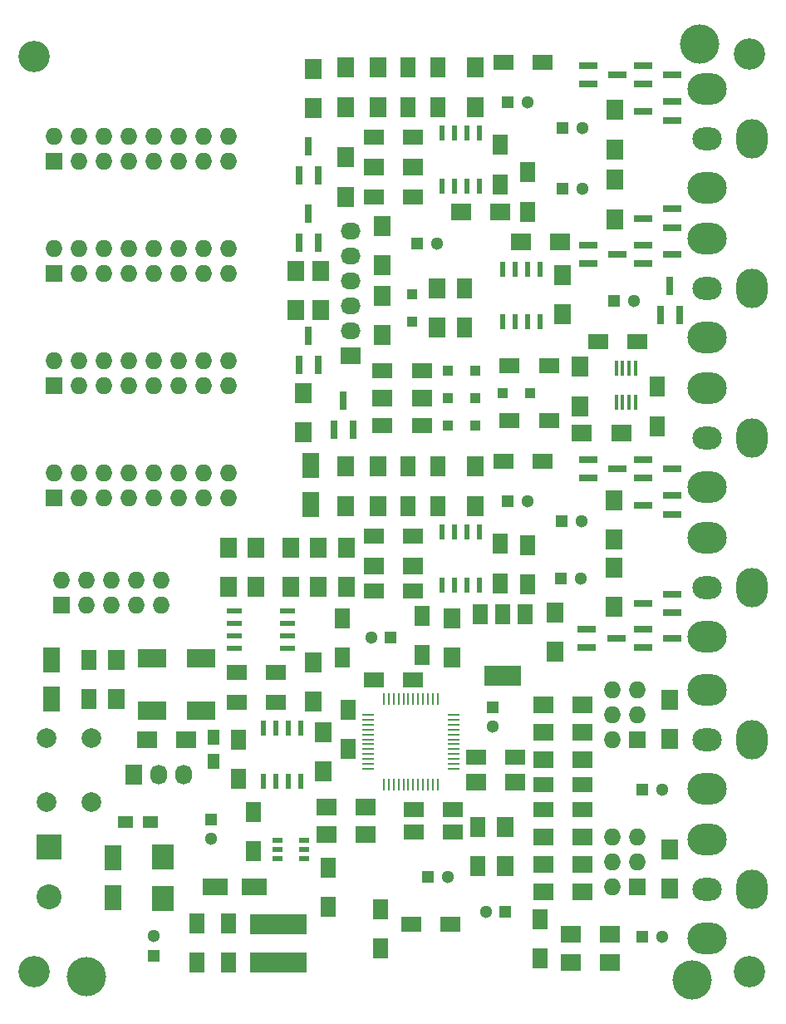
<source format=gts>
G04 #@! TF.FileFunction,Soldermask,Top*
%FSLAX46Y46*%
G04 Gerber Fmt 4.6, Leading zero omitted, Abs format (unit mm)*
G04 Created by KiCad (PCBNEW 4.0.7-e1-6374~58~ubuntu16.04.1) date Mon Aug 21 17:43:10 2017*
%MOMM*%
%LPD*%
G01*
G04 APERTURE LIST*
%ADD10C,0.100000*%
%ADD11R,1.727200X1.727200*%
%ADD12O,1.727200X1.727200*%
%ADD13R,1.600000X2.000000*%
%ADD14R,2.000000X1.600000*%
%ADD15R,1.300000X1.300000*%
%ADD16C,1.300000*%
%ADD17R,1.800860X2.499360*%
%ADD18R,2.301240X2.499360*%
%ADD19R,2.499360X1.800860*%
%ADD20R,1.100000X1.100000*%
%ADD21R,1.500000X1.250000*%
%ADD22R,1.250000X1.500000*%
%ADD23O,4.000000X3.200000*%
%ADD24O,3.200000X4.000000*%
%ADD25O,3.000000X2.300000*%
%ADD26R,2.540000X2.540000*%
%ADD27C,2.540000*%
%ADD28R,5.800000X2.100000*%
%ADD29R,1.100000X0.600000*%
%ADD30R,2.032000X1.727200*%
%ADD31O,2.032000X1.727200*%
%ADD32R,1.727200X2.032000*%
%ADD33O,1.727200X2.032000*%
%ADD34R,1.700000X2.000000*%
%ADD35R,2.000000X1.700000*%
%ADD36R,1.300000X0.250000*%
%ADD37R,0.250000X1.300000*%
%ADD38R,0.600000X1.550000*%
%ADD39R,0.300000X1.600000*%
%ADD40R,1.550000X0.600000*%
%ADD41R,3.000000X1.980000*%
%ADD42R,0.800000X1.900000*%
%ADD43R,1.900000X0.800000*%
%ADD44C,2.000000*%
%ADD45C,3.200000*%
%ADD46C,4.000000*%
%ADD47R,3.800000X2.000000*%
%ADD48R,1.500000X2.000000*%
G04 APERTURE END LIST*
D10*
D11*
X69850000Y-117348000D03*
D12*
X69850000Y-114808000D03*
X72390000Y-117348000D03*
X72390000Y-114808000D03*
X74930000Y-117348000D03*
X74930000Y-114808000D03*
X77470000Y-117348000D03*
X77470000Y-114808000D03*
X80010000Y-117348000D03*
X80010000Y-114808000D03*
D13*
X72644000Y-122968000D03*
X72644000Y-126968000D03*
X98425000Y-118713500D03*
X98425000Y-122713500D03*
X106553000Y-118459500D03*
X106553000Y-122459500D03*
D14*
X101632000Y-124968000D03*
X105632000Y-124968000D03*
D13*
X118618000Y-153384000D03*
X118618000Y-149384000D03*
X99060000Y-128048000D03*
X99060000Y-132048000D03*
X102362000Y-148368000D03*
X102362000Y-152368000D03*
X87820500Y-135096000D03*
X87820500Y-131096000D03*
D14*
X116046000Y-132842000D03*
X112046000Y-132842000D03*
D13*
X112268000Y-139986000D03*
X112268000Y-143986000D03*
D14*
X109442000Y-149860000D03*
X105442000Y-149860000D03*
X105696000Y-140462000D03*
X109696000Y-140462000D03*
X105696000Y-138176000D03*
X109696000Y-138176000D03*
X118904000Y-135636000D03*
X122904000Y-135636000D03*
X122904000Y-138176000D03*
X118904000Y-138176000D03*
X101632000Y-110363000D03*
X105632000Y-110363000D03*
D13*
X105156000Y-103283000D03*
X105156000Y-107283000D03*
D14*
X101632000Y-69723000D03*
X105632000Y-69723000D03*
D13*
X105156000Y-62643000D03*
X105156000Y-66643000D03*
D14*
X105632000Y-115951000D03*
X101632000Y-115951000D03*
D13*
X108204000Y-107283000D03*
X108204000Y-103283000D03*
D14*
X105632000Y-75819000D03*
X101632000Y-75819000D03*
D13*
X108204000Y-66643000D03*
X108204000Y-62643000D03*
X117348000Y-115284000D03*
X117348000Y-111284000D03*
D14*
X114840000Y-102743000D03*
X118840000Y-102743000D03*
D13*
X117348000Y-77311000D03*
X117348000Y-73311000D03*
D14*
X114840000Y-62103000D03*
X118840000Y-62103000D03*
D15*
X120713500Y-114681000D03*
D16*
X122713500Y-114681000D03*
D15*
X120777000Y-108839000D03*
D16*
X122777000Y-108839000D03*
D15*
X120904000Y-74930000D03*
D16*
X122904000Y-74930000D03*
D15*
X120904000Y-68770500D03*
D16*
X122904000Y-68770500D03*
D15*
X115316000Y-106807000D03*
D16*
X117316000Y-106807000D03*
D15*
X115316000Y-66167000D03*
D16*
X117316000Y-66167000D03*
D15*
X129032000Y-151130000D03*
D16*
X131032000Y-151130000D03*
D15*
X129032000Y-136144000D03*
D16*
X131032000Y-136144000D03*
D13*
X114554000Y-111157000D03*
X114554000Y-115157000D03*
X114554000Y-70517000D03*
X114554000Y-74517000D03*
D15*
X126111000Y-86360000D03*
D16*
X128111000Y-86360000D03*
D13*
X130556000Y-99155000D03*
X130556000Y-95155000D03*
D14*
X128492000Y-90551000D03*
X124492000Y-90551000D03*
D13*
X110871000Y-85122000D03*
X110871000Y-89122000D03*
D15*
X106045000Y-80518000D03*
D16*
X108045000Y-80518000D03*
D14*
X115475000Y-98552000D03*
X119475000Y-98552000D03*
X115475000Y-92964000D03*
X119475000Y-92964000D03*
X102521000Y-99060000D03*
X106521000Y-99060000D03*
X102521000Y-93472000D03*
X106521000Y-93472000D03*
X91662000Y-127254000D03*
X87662000Y-127254000D03*
X87662000Y-124269500D03*
X91662000Y-124269500D03*
D13*
X96964500Y-148113500D03*
X96964500Y-144113500D03*
X89408000Y-138462000D03*
X89408000Y-142462000D03*
X86804500Y-153828500D03*
X86804500Y-149828500D03*
D15*
X85090000Y-139192000D03*
D16*
X85090000Y-141192000D03*
D13*
X83629500Y-153828500D03*
X83629500Y-149828500D03*
D15*
X79184500Y-153098500D03*
D16*
X79184500Y-151098500D03*
D17*
X95250000Y-107154980D03*
X95250000Y-103157020D03*
X68834000Y-126966980D03*
X68834000Y-122969020D03*
X75057000Y-143162020D03*
X75057000Y-147159980D03*
D18*
X80137000Y-143012160D03*
X80137000Y-147309840D03*
D19*
X89438480Y-146113500D03*
X85440520Y-146113500D03*
D20*
X105537000Y-88522000D03*
X105537000Y-85722000D03*
X117605000Y-95758000D03*
X114805000Y-95758000D03*
X112017000Y-99060000D03*
X109217000Y-99060000D03*
X109217000Y-96266000D03*
X112017000Y-96266000D03*
X112017000Y-93472000D03*
X109217000Y-93472000D03*
D21*
X76347000Y-139446000D03*
X78847000Y-139446000D03*
D22*
X85344000Y-133330000D03*
X85344000Y-130830000D03*
D23*
X135636000Y-141304000D03*
X135636000Y-151304000D03*
D24*
X140136000Y-146304000D03*
D25*
X135636000Y-146304000D03*
D23*
X135636000Y-126064000D03*
X135636000Y-136064000D03*
D24*
X140136000Y-131064000D03*
D25*
X135636000Y-131064000D03*
D26*
X68580000Y-141986000D03*
D27*
X68580000Y-147066000D03*
D23*
X135636000Y-110570000D03*
X135636000Y-120570000D03*
D24*
X140136000Y-115570000D03*
D25*
X135636000Y-115570000D03*
D23*
X135636000Y-95330000D03*
X135636000Y-105330000D03*
D24*
X140136000Y-100330000D03*
D25*
X135636000Y-100330000D03*
D23*
X135636000Y-80090000D03*
X135636000Y-90090000D03*
D24*
X140136000Y-85090000D03*
D25*
X135636000Y-85090000D03*
D23*
X135636000Y-64850000D03*
X135636000Y-74850000D03*
D24*
X140136000Y-69850000D03*
D25*
X135636000Y-69850000D03*
D28*
X91884500Y-153778500D03*
X91884500Y-149878500D03*
D29*
X94504500Y-143253500D03*
X94504500Y-142303500D03*
X94504500Y-141353500D03*
X91804500Y-141353500D03*
X91804500Y-142303500D03*
X91804500Y-143253500D03*
D30*
X99314000Y-91948000D03*
D31*
X99314000Y-89408000D03*
X99314000Y-86868000D03*
X99314000Y-84328000D03*
X99314000Y-81788000D03*
X99314000Y-79248000D03*
D32*
X77216000Y-134620000D03*
D33*
X79756000Y-134620000D03*
X82296000Y-134620000D03*
D11*
X69088000Y-106426000D03*
D12*
X69088000Y-103886000D03*
X71628000Y-106426000D03*
X71628000Y-103886000D03*
X74168000Y-106426000D03*
X74168000Y-103886000D03*
X76708000Y-106426000D03*
X76708000Y-103886000D03*
X79248000Y-106426000D03*
X79248000Y-103886000D03*
X81788000Y-106426000D03*
X81788000Y-103886000D03*
X84328000Y-106426000D03*
X84328000Y-103886000D03*
X86868000Y-106426000D03*
X86868000Y-103886000D03*
D11*
X69088000Y-94996000D03*
D12*
X69088000Y-92456000D03*
X71628000Y-94996000D03*
X71628000Y-92456000D03*
X74168000Y-94996000D03*
X74168000Y-92456000D03*
X76708000Y-94996000D03*
X76708000Y-92456000D03*
X79248000Y-94996000D03*
X79248000Y-92456000D03*
X81788000Y-94996000D03*
X81788000Y-92456000D03*
X84328000Y-94996000D03*
X84328000Y-92456000D03*
X86868000Y-94996000D03*
X86868000Y-92456000D03*
D11*
X69088000Y-83566000D03*
D12*
X69088000Y-81026000D03*
X71628000Y-83566000D03*
X71628000Y-81026000D03*
X74168000Y-83566000D03*
X74168000Y-81026000D03*
X76708000Y-83566000D03*
X76708000Y-81026000D03*
X79248000Y-83566000D03*
X79248000Y-81026000D03*
X81788000Y-83566000D03*
X81788000Y-81026000D03*
X84328000Y-83566000D03*
X84328000Y-81026000D03*
X86868000Y-83566000D03*
X86868000Y-81026000D03*
D11*
X69088000Y-72136000D03*
D12*
X69088000Y-69596000D03*
X71628000Y-72136000D03*
X71628000Y-69596000D03*
X74168000Y-72136000D03*
X74168000Y-69596000D03*
X76708000Y-72136000D03*
X76708000Y-69596000D03*
X79248000Y-72136000D03*
X79248000Y-69596000D03*
X81788000Y-72136000D03*
X81788000Y-69596000D03*
X84328000Y-72136000D03*
X84328000Y-69596000D03*
X86868000Y-72136000D03*
X86868000Y-69596000D03*
D11*
X128524000Y-146050000D03*
D12*
X125984000Y-146050000D03*
X128524000Y-143510000D03*
X125984000Y-143510000D03*
X128524000Y-140970000D03*
X125984000Y-140970000D03*
D11*
X128524000Y-131064000D03*
D12*
X125984000Y-131064000D03*
X128524000Y-128524000D03*
X125984000Y-128524000D03*
X128524000Y-125984000D03*
X125984000Y-125984000D03*
D34*
X75438000Y-126968000D03*
X75438000Y-122968000D03*
X94488000Y-99790000D03*
X94488000Y-95790000D03*
X93726000Y-87344000D03*
X93726000Y-83344000D03*
X96266000Y-87344000D03*
X96266000Y-83344000D03*
X95504000Y-62770000D03*
X95504000Y-66770000D03*
X109601000Y-122713500D03*
X109601000Y-118713500D03*
D35*
X82518000Y-131064000D03*
X78518000Y-131064000D03*
X112046000Y-135382000D03*
X116046000Y-135382000D03*
D34*
X95504000Y-127222000D03*
X95504000Y-123222000D03*
X96520000Y-134334000D03*
X96520000Y-130334000D03*
X115062000Y-143986000D03*
X115062000Y-139986000D03*
X98869500Y-115538000D03*
X98869500Y-111538000D03*
X98806000Y-103283000D03*
X98806000Y-107283000D03*
X98806000Y-75787000D03*
X98806000Y-71787000D03*
X98806000Y-62643000D03*
X98806000Y-66643000D03*
D35*
X105632000Y-113411000D03*
X101632000Y-113411000D03*
D34*
X102108000Y-103283000D03*
X102108000Y-107283000D03*
D35*
X105632000Y-72771000D03*
X101632000Y-72771000D03*
D34*
X102108000Y-62643000D03*
X102108000Y-66643000D03*
X120142000Y-118142000D03*
X120142000Y-122142000D03*
X112014000Y-103283000D03*
X112014000Y-107283000D03*
D35*
X114522000Y-77343000D03*
X110522000Y-77343000D03*
D34*
X112014000Y-62643000D03*
X112014000Y-66643000D03*
X126111000Y-117570000D03*
X126111000Y-113570000D03*
X126111000Y-106712000D03*
X126111000Y-110712000D03*
X126238000Y-78073000D03*
X126238000Y-74073000D03*
X126238000Y-66961000D03*
X126238000Y-70961000D03*
X131826000Y-146272000D03*
X131826000Y-142272000D03*
X131826000Y-131032000D03*
X131826000Y-127032000D03*
D35*
X118904000Y-146558000D03*
X122904000Y-146558000D03*
X118904000Y-143764000D03*
X122904000Y-143764000D03*
X118904000Y-140970000D03*
X122904000Y-140970000D03*
X118904000Y-133096000D03*
X122904000Y-133096000D03*
X118904000Y-130302000D03*
X122904000Y-130302000D03*
X118904000Y-127508000D03*
X122904000Y-127508000D03*
X122841000Y-99822000D03*
X126841000Y-99822000D03*
D34*
X108077000Y-89122000D03*
X108077000Y-85122000D03*
X102489000Y-85884000D03*
X102489000Y-89884000D03*
X102489000Y-78772000D03*
X102489000Y-82772000D03*
D35*
X116618000Y-80391000D03*
X120618000Y-80391000D03*
D34*
X120840500Y-83788500D03*
X120840500Y-87788500D03*
X122682000Y-93123000D03*
X122682000Y-97123000D03*
D35*
X102521000Y-96266000D03*
X106521000Y-96266000D03*
D34*
X86868000Y-111538000D03*
X86868000Y-115538000D03*
X89662000Y-111538000D03*
X89662000Y-115538000D03*
X93218000Y-111538000D03*
X93218000Y-115538000D03*
X96012000Y-111538000D03*
X96012000Y-115538000D03*
D35*
X100806000Y-137922000D03*
X96806000Y-137922000D03*
X96806000Y-140716000D03*
X100806000Y-140716000D03*
D36*
X109760000Y-134068000D03*
X109760000Y-133568000D03*
X109760000Y-133068000D03*
X109760000Y-132568000D03*
X109760000Y-132068000D03*
X109760000Y-131568000D03*
X109760000Y-131068000D03*
X109760000Y-130568000D03*
X109760000Y-130068000D03*
X109760000Y-129568000D03*
X109760000Y-129068000D03*
X109760000Y-128568000D03*
D37*
X108160000Y-126968000D03*
X107660000Y-126968000D03*
X107160000Y-126968000D03*
X106660000Y-126968000D03*
X106160000Y-126968000D03*
X105660000Y-126968000D03*
X105160000Y-126968000D03*
X104660000Y-126968000D03*
X104160000Y-126968000D03*
X103660000Y-126968000D03*
X103160000Y-126968000D03*
X102660000Y-126968000D03*
D36*
X101060000Y-128568000D03*
X101060000Y-129068000D03*
X101060000Y-129568000D03*
X101060000Y-130068000D03*
X101060000Y-130568000D03*
X101060000Y-131068000D03*
X101060000Y-131568000D03*
X101060000Y-132068000D03*
X101060000Y-132568000D03*
X101060000Y-133068000D03*
X101060000Y-133568000D03*
X101060000Y-134068000D03*
D37*
X102660000Y-135668000D03*
X103160000Y-135668000D03*
X103660000Y-135668000D03*
X104160000Y-135668000D03*
X104660000Y-135668000D03*
X105160000Y-135668000D03*
X105660000Y-135668000D03*
X106160000Y-135668000D03*
X106660000Y-135668000D03*
X107160000Y-135668000D03*
X107660000Y-135668000D03*
X108160000Y-135668000D03*
D38*
X90360500Y-135351500D03*
X91630500Y-135351500D03*
X92900500Y-135351500D03*
X94170500Y-135351500D03*
X94170500Y-129951500D03*
X92900500Y-129951500D03*
X91630500Y-129951500D03*
X90360500Y-129951500D03*
X108585000Y-115349000D03*
X109855000Y-115349000D03*
X111125000Y-115349000D03*
X112395000Y-115349000D03*
X112395000Y-109949000D03*
X111125000Y-109949000D03*
X109855000Y-109949000D03*
X108585000Y-109949000D03*
X108585000Y-74709000D03*
X109855000Y-74709000D03*
X111125000Y-74709000D03*
X112395000Y-74709000D03*
X112395000Y-69309000D03*
X111125000Y-69309000D03*
X109855000Y-69309000D03*
X108585000Y-69309000D03*
D39*
X128285000Y-93296000D03*
X127635000Y-93296000D03*
X126985000Y-93296000D03*
X126335000Y-93296000D03*
X128285000Y-96696000D03*
X127635000Y-96696000D03*
X126985000Y-96696000D03*
X126335000Y-96696000D03*
D38*
X118618000Y-83152000D03*
X117348000Y-83152000D03*
X116078000Y-83152000D03*
X114808000Y-83152000D03*
X114808000Y-88552000D03*
X116078000Y-88552000D03*
X117348000Y-88552000D03*
X118618000Y-88552000D03*
D40*
X87406500Y-117983000D03*
X87406500Y-119253000D03*
X87406500Y-120523000D03*
X87406500Y-121793000D03*
X92806500Y-121793000D03*
X92806500Y-120523000D03*
X92806500Y-119253000D03*
X92806500Y-117983000D03*
D41*
X84034000Y-128106000D03*
X84034000Y-122846000D03*
X79034000Y-122846000D03*
X79034000Y-128106000D03*
D42*
X97602000Y-99544000D03*
X99502000Y-99544000D03*
X98552000Y-96544000D03*
X94046000Y-92940000D03*
X95946000Y-92940000D03*
X94996000Y-89940000D03*
X94046000Y-80494000D03*
X95946000Y-80494000D03*
X94996000Y-77494000D03*
X94046000Y-73636000D03*
X95946000Y-73636000D03*
X94996000Y-70636000D03*
D43*
X123341000Y-119827000D03*
X123341000Y-121727000D03*
X126341000Y-120777000D03*
X123468000Y-102555000D03*
X123468000Y-104455000D03*
X126468000Y-103505000D03*
X123468000Y-80711000D03*
X123468000Y-82611000D03*
X126468000Y-81661000D03*
X123468000Y-62423000D03*
X123468000Y-64323000D03*
X126468000Y-63373000D03*
X129056000Y-119827000D03*
X129056000Y-121727000D03*
X132056000Y-120777000D03*
X129056000Y-102555000D03*
X129056000Y-104455000D03*
X132056000Y-103505000D03*
X129056000Y-80711000D03*
X129056000Y-82611000D03*
X132056000Y-81661000D03*
X129056000Y-62423000D03*
X129056000Y-64323000D03*
X132056000Y-63373000D03*
X132056000Y-118171000D03*
X132056000Y-116271000D03*
X129056000Y-117221000D03*
X132056000Y-108138000D03*
X132056000Y-106238000D03*
X129056000Y-107188000D03*
X132056000Y-78928000D03*
X132056000Y-77028000D03*
X129056000Y-77978000D03*
X132056000Y-68006000D03*
X132056000Y-66106000D03*
X129056000Y-67056000D03*
D42*
X130876000Y-87860000D03*
X132776000Y-87860000D03*
X131826000Y-84860000D03*
D44*
X72826000Y-137414000D03*
X68326000Y-137414000D03*
X72826000Y-130914000D03*
X68326000Y-130914000D03*
D15*
X113792000Y-127762000D03*
D16*
X113792000Y-129762000D03*
D15*
X103378000Y-120650000D03*
D16*
X101378000Y-120650000D03*
D15*
X115062000Y-148590000D03*
D16*
X113062000Y-148590000D03*
D15*
X107188000Y-145034000D03*
D16*
X109188000Y-145034000D03*
D45*
X67056000Y-61468000D03*
X139954000Y-61214000D03*
X139954000Y-154686000D03*
X67056000Y-154686000D03*
D46*
X134112000Y-155575000D03*
X72390000Y-155194000D03*
X134874000Y-60198000D03*
D35*
X121698000Y-153797000D03*
X125698000Y-153797000D03*
X121698000Y-150876000D03*
X125698000Y-150876000D03*
D47*
X114744500Y-124625500D03*
D48*
X114744500Y-118325500D03*
X112444500Y-118325500D03*
X117044500Y-118325500D03*
M02*

</source>
